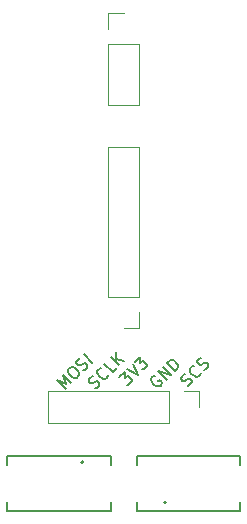
<source format=gbr>
%TF.GenerationSoftware,KiCad,Pcbnew,(6.0.7)*%
%TF.CreationDate,2023-12-15T10:10:15-08:00*%
%TF.ProjectId,NiceView-BKB-Mount,4e696365-5669-4657-972d-424b422d4d6f,rev?*%
%TF.SameCoordinates,Original*%
%TF.FileFunction,Legend,Top*%
%TF.FilePolarity,Positive*%
%FSLAX46Y46*%
G04 Gerber Fmt 4.6, Leading zero omitted, Abs format (unit mm)*
G04 Created by KiCad (PCBNEW (6.0.7)) date 2023-12-15 10:10:15*
%MOMM*%
%LPD*%
G01*
G04 APERTURE LIST*
%ADD10C,0.150000*%
%ADD11C,0.127000*%
%ADD12C,0.200000*%
%ADD13C,0.120000*%
G04 APERTURE END LIST*
D10*
X139943908Y-78998511D02*
X140078595Y-78931167D01*
X140246954Y-78762809D01*
X140280625Y-78661793D01*
X140280625Y-78594450D01*
X140246954Y-78493435D01*
X140179610Y-78426091D01*
X140078595Y-78392419D01*
X140011251Y-78392419D01*
X139910236Y-78426091D01*
X139741877Y-78527106D01*
X139640862Y-78560778D01*
X139573519Y-78560778D01*
X139472503Y-78527106D01*
X139405160Y-78459763D01*
X139371488Y-78358748D01*
X139371488Y-78291404D01*
X139405160Y-78190389D01*
X139573519Y-78022030D01*
X139708206Y-77954687D01*
X141021404Y-77853671D02*
X141021404Y-77921015D01*
X140954061Y-78055702D01*
X140886717Y-78123045D01*
X140752030Y-78190389D01*
X140617343Y-78190389D01*
X140516328Y-78156717D01*
X140347969Y-78055702D01*
X140246954Y-77954687D01*
X140145938Y-77786328D01*
X140112267Y-77685312D01*
X140112267Y-77550625D01*
X140179610Y-77415938D01*
X140246954Y-77348595D01*
X140381641Y-77281251D01*
X140448984Y-77281251D01*
X141324450Y-77617969D02*
X141459137Y-77550625D01*
X141627496Y-77382267D01*
X141661167Y-77281251D01*
X141661167Y-77213908D01*
X141627496Y-77112893D01*
X141560152Y-77045549D01*
X141459137Y-77011877D01*
X141391793Y-77011877D01*
X141290778Y-77045549D01*
X141122419Y-77146564D01*
X141021404Y-77180236D01*
X140954061Y-77180236D01*
X140853045Y-77146564D01*
X140785702Y-77079221D01*
X140752030Y-76978206D01*
X140752030Y-76910862D01*
X140785702Y-76809847D01*
X140954061Y-76641488D01*
X141088748Y-76574145D01*
X129598713Y-79221049D02*
X128891607Y-78513942D01*
X129632385Y-78783316D01*
X129363011Y-78042538D01*
X130070118Y-78749644D01*
X129834416Y-77571133D02*
X129969103Y-77436446D01*
X130070118Y-77402774D01*
X130204805Y-77402774D01*
X130373164Y-77503790D01*
X130608866Y-77739492D01*
X130709881Y-77907851D01*
X130709881Y-78042538D01*
X130676209Y-78143553D01*
X130541522Y-78278240D01*
X130440507Y-78311912D01*
X130305820Y-78311912D01*
X130137461Y-78210896D01*
X129901759Y-77975194D01*
X129800744Y-77806835D01*
X129800744Y-77672148D01*
X129834416Y-77571133D01*
X131080270Y-77672148D02*
X131214957Y-77604805D01*
X131383316Y-77436446D01*
X131416988Y-77335431D01*
X131416988Y-77268087D01*
X131383316Y-77167072D01*
X131315973Y-77099729D01*
X131214957Y-77066057D01*
X131147614Y-77066057D01*
X131046599Y-77099729D01*
X130878240Y-77200744D01*
X130777225Y-77234416D01*
X130709881Y-77234416D01*
X130608866Y-77200744D01*
X130541522Y-77133400D01*
X130507851Y-77032385D01*
X130507851Y-76965042D01*
X130541522Y-76864026D01*
X130709881Y-76695668D01*
X130844568Y-76628324D01*
X131821049Y-76998713D02*
X131113942Y-76291607D01*
X134147309Y-78228240D02*
X134585042Y-77790507D01*
X134618713Y-78295583D01*
X134719729Y-78194568D01*
X134820744Y-78160896D01*
X134888087Y-78160896D01*
X134989103Y-78194568D01*
X135157461Y-78362927D01*
X135191133Y-78463942D01*
X135191133Y-78531286D01*
X135157461Y-78632301D01*
X134955431Y-78834331D01*
X134854416Y-78868003D01*
X134787072Y-78868003D01*
X134787072Y-77588477D02*
X135729881Y-78059881D01*
X135258477Y-77117072D01*
X135426835Y-76948713D02*
X135864568Y-76510981D01*
X135898240Y-77016057D01*
X135999255Y-76915042D01*
X136100270Y-76881370D01*
X136167614Y-76881370D01*
X136268629Y-76915042D01*
X136436988Y-77083400D01*
X136470660Y-77184416D01*
X136470660Y-77251759D01*
X136436988Y-77352774D01*
X136234957Y-77554805D01*
X136133942Y-77588477D01*
X136066599Y-77588477D01*
X132120862Y-79191557D02*
X132255549Y-79124213D01*
X132423908Y-78955854D01*
X132457580Y-78854839D01*
X132457580Y-78787496D01*
X132423908Y-78686480D01*
X132356564Y-78619137D01*
X132255549Y-78585465D01*
X132188206Y-78585465D01*
X132087190Y-78619137D01*
X131918832Y-78720152D01*
X131817816Y-78753824D01*
X131750473Y-78753824D01*
X131649458Y-78720152D01*
X131582114Y-78652809D01*
X131548442Y-78551793D01*
X131548442Y-78484450D01*
X131582114Y-78383435D01*
X131750473Y-78215076D01*
X131885160Y-78147732D01*
X133198358Y-78046717D02*
X133198358Y-78114061D01*
X133131015Y-78248748D01*
X133063671Y-78316091D01*
X132928984Y-78383435D01*
X132794297Y-78383435D01*
X132693282Y-78349763D01*
X132524923Y-78248748D01*
X132423908Y-78147732D01*
X132322893Y-77979374D01*
X132289221Y-77878358D01*
X132289221Y-77743671D01*
X132356564Y-77608984D01*
X132423908Y-77541641D01*
X132558595Y-77474297D01*
X132625938Y-77474297D01*
X133905465Y-77474297D02*
X133568748Y-77811015D01*
X132861641Y-77103908D01*
X134141167Y-77238595D02*
X133434061Y-76531488D01*
X134545228Y-76834534D02*
X133838122Y-76733519D01*
X133838122Y-76127427D02*
X133838122Y-76935549D01*
X137127698Y-78115194D02*
X137026683Y-78148866D01*
X136925668Y-78249881D01*
X136858324Y-78384568D01*
X136858324Y-78519255D01*
X136891996Y-78620270D01*
X136993011Y-78788629D01*
X137094026Y-78889644D01*
X137262385Y-78990660D01*
X137363400Y-79024331D01*
X137498087Y-79024331D01*
X137632774Y-78956988D01*
X137700118Y-78889644D01*
X137767461Y-78754957D01*
X137767461Y-78687614D01*
X137531759Y-78451912D01*
X137397072Y-78586599D01*
X138137851Y-78451912D02*
X137430744Y-77744805D01*
X138541912Y-78047851D01*
X137834805Y-77340744D01*
X138878629Y-77711133D02*
X138171522Y-77004026D01*
X138339881Y-76835668D01*
X138474568Y-76768324D01*
X138609255Y-76768324D01*
X138710270Y-76801996D01*
X138878629Y-76903011D01*
X138979644Y-77004026D01*
X139080660Y-77172385D01*
X139114331Y-77273400D01*
X139114331Y-77408087D01*
X139046988Y-77542774D01*
X138878629Y-77711133D01*
D11*
%TO.C,PWR_SW1*%
X133400000Y-84950000D02*
X124600000Y-84950000D01*
X124600000Y-89550000D02*
X133400000Y-89550000D01*
X133400000Y-84950000D02*
X133400000Y-85700000D01*
X124600000Y-84950000D02*
X124600000Y-85700000D01*
X133400000Y-89550000D02*
X133400000Y-88800000D01*
X124600000Y-89550000D02*
X124600000Y-88800000D01*
D12*
X131100000Y-85450000D02*
G75*
G03*
X131100000Y-85450000I-100000J0D01*
G01*
D13*
%TO.C,Nice!View1*%
X138310000Y-82080000D02*
X128090000Y-82080000D01*
X140910000Y-79420000D02*
X140910000Y-80750000D01*
X138310000Y-79420000D02*
X138310000Y-82080000D01*
X139580000Y-79420000D02*
X140910000Y-79420000D01*
X128090000Y-79420000D02*
X128090000Y-82080000D01*
X138310000Y-79420000D02*
X128090000Y-79420000D01*
%TO.C,ControllerInput1*%
X135830000Y-74080000D02*
X134500000Y-74080000D01*
X135830000Y-72750000D02*
X135830000Y-74080000D01*
X135830000Y-71480000D02*
X133170000Y-71480000D01*
X135830000Y-71480000D02*
X135830000Y-58720000D01*
X133170000Y-71480000D02*
X133170000Y-58720000D01*
X135830000Y-58720000D02*
X133170000Y-58720000D01*
%TO.C,PWR_Connectors1*%
X135830000Y-50020000D02*
X135830000Y-55160000D01*
X133170000Y-48750000D02*
X133170000Y-47420000D01*
X133170000Y-50020000D02*
X133170000Y-55160000D01*
X133170000Y-47420000D02*
X134500000Y-47420000D01*
X133170000Y-55160000D02*
X135830000Y-55160000D01*
X133170000Y-50020000D02*
X135830000Y-50020000D01*
D11*
%TO.C,PWR_SW2*%
X144400000Y-84950000D02*
X135600000Y-84950000D01*
X144400000Y-84950000D02*
X144400000Y-85700000D01*
X135600000Y-84950000D02*
X135600000Y-85700000D01*
X135600000Y-89550000D02*
X144400000Y-89550000D01*
X144400000Y-89550000D02*
X144400000Y-88800000D01*
X135600000Y-89550000D02*
X135600000Y-88800000D01*
D12*
X138100000Y-88850000D02*
G75*
G03*
X138100000Y-88850000I-100000J0D01*
G01*
%TD*%
M02*

</source>
